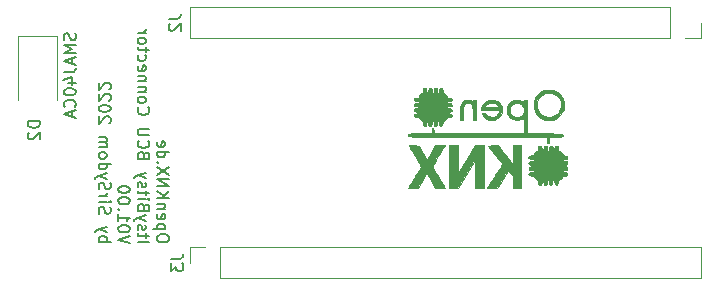
<source format=gbr>
G04 #@! TF.GenerationSoftware,KiCad,Pcbnew,(5.1.4)-1*
G04 #@! TF.CreationDate,2022-02-17T11:55:16+01:00*
G04 #@! TF.ProjectId,ItsyBitsy_BCU_Connector,49747379-4269-4747-9379-5f4243555f43,V01.00*
G04 #@! TF.SameCoordinates,Original*
G04 #@! TF.FileFunction,Legend,Bot*
G04 #@! TF.FilePolarity,Positive*
%FSLAX46Y46*%
G04 Gerber Fmt 4.6, Leading zero omitted, Abs format (unit mm)*
G04 Created by KiCad (PCBNEW (5.1.4)-1) date 2022-02-17 11:55:16*
%MOMM*%
%LPD*%
G04 APERTURE LIST*
%ADD10C,0.150000*%
%ADD11C,0.010000*%
%ADD12C,0.120000*%
G04 APERTURE END LIST*
D10*
X162022619Y-89473928D02*
X162022619Y-89283452D01*
X161975000Y-89188214D01*
X161879761Y-89092976D01*
X161689285Y-89045357D01*
X161355952Y-89045357D01*
X161165476Y-89092976D01*
X161070238Y-89188214D01*
X161022619Y-89283452D01*
X161022619Y-89473928D01*
X161070238Y-89569166D01*
X161165476Y-89664404D01*
X161355952Y-89712023D01*
X161689285Y-89712023D01*
X161879761Y-89664404D01*
X161975000Y-89569166D01*
X162022619Y-89473928D01*
X161689285Y-88616785D02*
X160689285Y-88616785D01*
X161641666Y-88616785D02*
X161689285Y-88521547D01*
X161689285Y-88331071D01*
X161641666Y-88235833D01*
X161594047Y-88188214D01*
X161498809Y-88140595D01*
X161213095Y-88140595D01*
X161117857Y-88188214D01*
X161070238Y-88235833D01*
X161022619Y-88331071D01*
X161022619Y-88521547D01*
X161070238Y-88616785D01*
X161070238Y-87331071D02*
X161022619Y-87426309D01*
X161022619Y-87616785D01*
X161070238Y-87712023D01*
X161165476Y-87759642D01*
X161546428Y-87759642D01*
X161641666Y-87712023D01*
X161689285Y-87616785D01*
X161689285Y-87426309D01*
X161641666Y-87331071D01*
X161546428Y-87283452D01*
X161451190Y-87283452D01*
X161355952Y-87759642D01*
X161689285Y-86854880D02*
X161022619Y-86854880D01*
X161594047Y-86854880D02*
X161641666Y-86807261D01*
X161689285Y-86712023D01*
X161689285Y-86569166D01*
X161641666Y-86473928D01*
X161546428Y-86426309D01*
X161022619Y-86426309D01*
X161022619Y-85950119D02*
X162022619Y-85950119D01*
X161022619Y-85378690D02*
X161594047Y-85807261D01*
X162022619Y-85378690D02*
X161451190Y-85950119D01*
X161022619Y-84950119D02*
X162022619Y-84950119D01*
X161022619Y-84378690D01*
X162022619Y-84378690D01*
X162022619Y-83997738D02*
X161022619Y-83331071D01*
X162022619Y-83331071D02*
X161022619Y-83997738D01*
X161117857Y-82950119D02*
X161070238Y-82902500D01*
X161022619Y-82950119D01*
X161070238Y-82997738D01*
X161117857Y-82950119D01*
X161022619Y-82950119D01*
X161022619Y-82045357D02*
X162022619Y-82045357D01*
X161070238Y-82045357D02*
X161022619Y-82140595D01*
X161022619Y-82331071D01*
X161070238Y-82426309D01*
X161117857Y-82473928D01*
X161213095Y-82521547D01*
X161498809Y-82521547D01*
X161594047Y-82473928D01*
X161641666Y-82426309D01*
X161689285Y-82331071D01*
X161689285Y-82140595D01*
X161641666Y-82045357D01*
X161070238Y-81188214D02*
X161022619Y-81283452D01*
X161022619Y-81473928D01*
X161070238Y-81569166D01*
X161165476Y-81616785D01*
X161546428Y-81616785D01*
X161641666Y-81569166D01*
X161689285Y-81473928D01*
X161689285Y-81283452D01*
X161641666Y-81188214D01*
X161546428Y-81140595D01*
X161451190Y-81140595D01*
X161355952Y-81616785D01*
X159372619Y-89664404D02*
X160372619Y-89664404D01*
X160039285Y-89331071D02*
X160039285Y-88950119D01*
X160372619Y-89188214D02*
X159515476Y-89188214D01*
X159420238Y-89140595D01*
X159372619Y-89045357D01*
X159372619Y-88950119D01*
X159420238Y-88664404D02*
X159372619Y-88569166D01*
X159372619Y-88378690D01*
X159420238Y-88283452D01*
X159515476Y-88235833D01*
X159563095Y-88235833D01*
X159658333Y-88283452D01*
X159705952Y-88378690D01*
X159705952Y-88521547D01*
X159753571Y-88616785D01*
X159848809Y-88664404D01*
X159896428Y-88664404D01*
X159991666Y-88616785D01*
X160039285Y-88521547D01*
X160039285Y-88378690D01*
X159991666Y-88283452D01*
X160039285Y-87902500D02*
X159372619Y-87664404D01*
X160039285Y-87426309D02*
X159372619Y-87664404D01*
X159134523Y-87759642D01*
X159086904Y-87807261D01*
X159039285Y-87902500D01*
X159896428Y-86712023D02*
X159848809Y-86569166D01*
X159801190Y-86521547D01*
X159705952Y-86473928D01*
X159563095Y-86473928D01*
X159467857Y-86521547D01*
X159420238Y-86569166D01*
X159372619Y-86664404D01*
X159372619Y-87045357D01*
X160372619Y-87045357D01*
X160372619Y-86712023D01*
X160325000Y-86616785D01*
X160277380Y-86569166D01*
X160182142Y-86521547D01*
X160086904Y-86521547D01*
X159991666Y-86569166D01*
X159944047Y-86616785D01*
X159896428Y-86712023D01*
X159896428Y-87045357D01*
X159372619Y-86045357D02*
X160039285Y-86045357D01*
X160372619Y-86045357D02*
X160325000Y-86092976D01*
X160277380Y-86045357D01*
X160325000Y-85997738D01*
X160372619Y-86045357D01*
X160277380Y-86045357D01*
X160039285Y-85712023D02*
X160039285Y-85331071D01*
X160372619Y-85569166D02*
X159515476Y-85569166D01*
X159420238Y-85521547D01*
X159372619Y-85426309D01*
X159372619Y-85331071D01*
X159420238Y-85045357D02*
X159372619Y-84950119D01*
X159372619Y-84759642D01*
X159420238Y-84664404D01*
X159515476Y-84616785D01*
X159563095Y-84616785D01*
X159658333Y-84664404D01*
X159705952Y-84759642D01*
X159705952Y-84902500D01*
X159753571Y-84997738D01*
X159848809Y-85045357D01*
X159896428Y-85045357D01*
X159991666Y-84997738D01*
X160039285Y-84902500D01*
X160039285Y-84759642D01*
X159991666Y-84664404D01*
X160039285Y-84283452D02*
X159372619Y-84045357D01*
X160039285Y-83807261D02*
X159372619Y-84045357D01*
X159134523Y-84140595D01*
X159086904Y-84188214D01*
X159039285Y-84283452D01*
X159896428Y-82331071D02*
X159848809Y-82188214D01*
X159801190Y-82140595D01*
X159705952Y-82092976D01*
X159563095Y-82092976D01*
X159467857Y-82140595D01*
X159420238Y-82188214D01*
X159372619Y-82283452D01*
X159372619Y-82664404D01*
X160372619Y-82664404D01*
X160372619Y-82331071D01*
X160325000Y-82235833D01*
X160277380Y-82188214D01*
X160182142Y-82140595D01*
X160086904Y-82140595D01*
X159991666Y-82188214D01*
X159944047Y-82235833D01*
X159896428Y-82331071D01*
X159896428Y-82664404D01*
X159467857Y-81092976D02*
X159420238Y-81140595D01*
X159372619Y-81283452D01*
X159372619Y-81378690D01*
X159420238Y-81521547D01*
X159515476Y-81616785D01*
X159610714Y-81664404D01*
X159801190Y-81712023D01*
X159944047Y-81712023D01*
X160134523Y-81664404D01*
X160229761Y-81616785D01*
X160325000Y-81521547D01*
X160372619Y-81378690D01*
X160372619Y-81283452D01*
X160325000Y-81140595D01*
X160277380Y-81092976D01*
X160372619Y-80664404D02*
X159563095Y-80664404D01*
X159467857Y-80616785D01*
X159420238Y-80569166D01*
X159372619Y-80473928D01*
X159372619Y-80283452D01*
X159420238Y-80188214D01*
X159467857Y-80140595D01*
X159563095Y-80092976D01*
X160372619Y-80092976D01*
X159467857Y-78283452D02*
X159420238Y-78331071D01*
X159372619Y-78473928D01*
X159372619Y-78569166D01*
X159420238Y-78712023D01*
X159515476Y-78807261D01*
X159610714Y-78854880D01*
X159801190Y-78902500D01*
X159944047Y-78902500D01*
X160134523Y-78854880D01*
X160229761Y-78807261D01*
X160325000Y-78712023D01*
X160372619Y-78569166D01*
X160372619Y-78473928D01*
X160325000Y-78331071D01*
X160277380Y-78283452D01*
X159372619Y-77712023D02*
X159420238Y-77807261D01*
X159467857Y-77854880D01*
X159563095Y-77902500D01*
X159848809Y-77902500D01*
X159944047Y-77854880D01*
X159991666Y-77807261D01*
X160039285Y-77712023D01*
X160039285Y-77569166D01*
X159991666Y-77473928D01*
X159944047Y-77426309D01*
X159848809Y-77378690D01*
X159563095Y-77378690D01*
X159467857Y-77426309D01*
X159420238Y-77473928D01*
X159372619Y-77569166D01*
X159372619Y-77712023D01*
X160039285Y-76950119D02*
X159372619Y-76950119D01*
X159944047Y-76950119D02*
X159991666Y-76902500D01*
X160039285Y-76807261D01*
X160039285Y-76664404D01*
X159991666Y-76569166D01*
X159896428Y-76521547D01*
X159372619Y-76521547D01*
X160039285Y-76045357D02*
X159372619Y-76045357D01*
X159944047Y-76045357D02*
X159991666Y-75997738D01*
X160039285Y-75902500D01*
X160039285Y-75759642D01*
X159991666Y-75664404D01*
X159896428Y-75616785D01*
X159372619Y-75616785D01*
X159420238Y-74759642D02*
X159372619Y-74854880D01*
X159372619Y-75045357D01*
X159420238Y-75140595D01*
X159515476Y-75188214D01*
X159896428Y-75188214D01*
X159991666Y-75140595D01*
X160039285Y-75045357D01*
X160039285Y-74854880D01*
X159991666Y-74759642D01*
X159896428Y-74712023D01*
X159801190Y-74712023D01*
X159705952Y-75188214D01*
X159420238Y-73854880D02*
X159372619Y-73950119D01*
X159372619Y-74140595D01*
X159420238Y-74235833D01*
X159467857Y-74283452D01*
X159563095Y-74331071D01*
X159848809Y-74331071D01*
X159944047Y-74283452D01*
X159991666Y-74235833D01*
X160039285Y-74140595D01*
X160039285Y-73950119D01*
X159991666Y-73854880D01*
X160039285Y-73569166D02*
X160039285Y-73188214D01*
X160372619Y-73426309D02*
X159515476Y-73426309D01*
X159420238Y-73378690D01*
X159372619Y-73283452D01*
X159372619Y-73188214D01*
X159372619Y-72712023D02*
X159420238Y-72807261D01*
X159467857Y-72854880D01*
X159563095Y-72902500D01*
X159848809Y-72902500D01*
X159944047Y-72854880D01*
X159991666Y-72807261D01*
X160039285Y-72712023D01*
X160039285Y-72569166D01*
X159991666Y-72473928D01*
X159944047Y-72426309D01*
X159848809Y-72378690D01*
X159563095Y-72378690D01*
X159467857Y-72426309D01*
X159420238Y-72473928D01*
X159372619Y-72569166D01*
X159372619Y-72712023D01*
X159372619Y-71950119D02*
X160039285Y-71950119D01*
X159848809Y-71950119D02*
X159944047Y-71902500D01*
X159991666Y-71854880D01*
X160039285Y-71759642D01*
X160039285Y-71664404D01*
X158722619Y-89807261D02*
X157722619Y-89473928D01*
X158722619Y-89140595D01*
X158722619Y-88616785D02*
X158722619Y-88521547D01*
X158675000Y-88426309D01*
X158627380Y-88378690D01*
X158532142Y-88331071D01*
X158341666Y-88283452D01*
X158103571Y-88283452D01*
X157913095Y-88331071D01*
X157817857Y-88378690D01*
X157770238Y-88426309D01*
X157722619Y-88521547D01*
X157722619Y-88616785D01*
X157770238Y-88712023D01*
X157817857Y-88759642D01*
X157913095Y-88807261D01*
X158103571Y-88854880D01*
X158341666Y-88854880D01*
X158532142Y-88807261D01*
X158627380Y-88759642D01*
X158675000Y-88712023D01*
X158722619Y-88616785D01*
X157722619Y-87331071D02*
X157722619Y-87902500D01*
X157722619Y-87616785D02*
X158722619Y-87616785D01*
X158579761Y-87712023D01*
X158484523Y-87807261D01*
X158436904Y-87902500D01*
X157817857Y-86902500D02*
X157770238Y-86854880D01*
X157722619Y-86902500D01*
X157770238Y-86950119D01*
X157817857Y-86902500D01*
X157722619Y-86902500D01*
X158722619Y-86235833D02*
X158722619Y-86140595D01*
X158675000Y-86045357D01*
X158627380Y-85997738D01*
X158532142Y-85950119D01*
X158341666Y-85902500D01*
X158103571Y-85902500D01*
X157913095Y-85950119D01*
X157817857Y-85997738D01*
X157770238Y-86045357D01*
X157722619Y-86140595D01*
X157722619Y-86235833D01*
X157770238Y-86331071D01*
X157817857Y-86378690D01*
X157913095Y-86426309D01*
X158103571Y-86473928D01*
X158341666Y-86473928D01*
X158532142Y-86426309D01*
X158627380Y-86378690D01*
X158675000Y-86331071D01*
X158722619Y-86235833D01*
X158722619Y-85283452D02*
X158722619Y-85188214D01*
X158675000Y-85092976D01*
X158627380Y-85045357D01*
X158532142Y-84997738D01*
X158341666Y-84950119D01*
X158103571Y-84950119D01*
X157913095Y-84997738D01*
X157817857Y-85045357D01*
X157770238Y-85092976D01*
X157722619Y-85188214D01*
X157722619Y-85283452D01*
X157770238Y-85378690D01*
X157817857Y-85426309D01*
X157913095Y-85473928D01*
X158103571Y-85521547D01*
X158341666Y-85521547D01*
X158532142Y-85473928D01*
X158627380Y-85426309D01*
X158675000Y-85378690D01*
X158722619Y-85283452D01*
X156072619Y-89664404D02*
X157072619Y-89664404D01*
X156691666Y-89664404D02*
X156739285Y-89569166D01*
X156739285Y-89378690D01*
X156691666Y-89283452D01*
X156644047Y-89235833D01*
X156548809Y-89188214D01*
X156263095Y-89188214D01*
X156167857Y-89235833D01*
X156120238Y-89283452D01*
X156072619Y-89378690D01*
X156072619Y-89569166D01*
X156120238Y-89664404D01*
X156739285Y-88854880D02*
X156072619Y-88616785D01*
X156739285Y-88378690D02*
X156072619Y-88616785D01*
X155834523Y-88712023D01*
X155786904Y-88759642D01*
X155739285Y-88854880D01*
X156120238Y-87283452D02*
X156072619Y-87140595D01*
X156072619Y-86902500D01*
X156120238Y-86807261D01*
X156167857Y-86759642D01*
X156263095Y-86712023D01*
X156358333Y-86712023D01*
X156453571Y-86759642D01*
X156501190Y-86807261D01*
X156548809Y-86902500D01*
X156596428Y-87092976D01*
X156644047Y-87188214D01*
X156691666Y-87235833D01*
X156786904Y-87283452D01*
X156882142Y-87283452D01*
X156977380Y-87235833D01*
X157025000Y-87188214D01*
X157072619Y-87092976D01*
X157072619Y-86854880D01*
X157025000Y-86712023D01*
X156072619Y-86283452D02*
X156739285Y-86283452D01*
X157072619Y-86283452D02*
X157025000Y-86331071D01*
X156977380Y-86283452D01*
X157025000Y-86235833D01*
X157072619Y-86283452D01*
X156977380Y-86283452D01*
X156072619Y-85807261D02*
X156739285Y-85807261D01*
X156548809Y-85807261D02*
X156644047Y-85759642D01*
X156691666Y-85712023D01*
X156739285Y-85616785D01*
X156739285Y-85521547D01*
X156120238Y-85235833D02*
X156072619Y-85092976D01*
X156072619Y-84854880D01*
X156120238Y-84759642D01*
X156167857Y-84712023D01*
X156263095Y-84664404D01*
X156358333Y-84664404D01*
X156453571Y-84712023D01*
X156501190Y-84759642D01*
X156548809Y-84854880D01*
X156596428Y-85045357D01*
X156644047Y-85140595D01*
X156691666Y-85188214D01*
X156786904Y-85235833D01*
X156882142Y-85235833D01*
X156977380Y-85188214D01*
X157025000Y-85140595D01*
X157072619Y-85045357D01*
X157072619Y-84807261D01*
X157025000Y-84664404D01*
X156739285Y-84331071D02*
X156072619Y-84092976D01*
X156739285Y-83854880D02*
X156072619Y-84092976D01*
X155834523Y-84188214D01*
X155786904Y-84235833D01*
X155739285Y-84331071D01*
X156072619Y-83045357D02*
X157072619Y-83045357D01*
X156120238Y-83045357D02*
X156072619Y-83140595D01*
X156072619Y-83331071D01*
X156120238Y-83426309D01*
X156167857Y-83473928D01*
X156263095Y-83521547D01*
X156548809Y-83521547D01*
X156644047Y-83473928D01*
X156691666Y-83426309D01*
X156739285Y-83331071D01*
X156739285Y-83140595D01*
X156691666Y-83045357D01*
X156072619Y-82426309D02*
X156120238Y-82521547D01*
X156167857Y-82569166D01*
X156263095Y-82616785D01*
X156548809Y-82616785D01*
X156644047Y-82569166D01*
X156691666Y-82521547D01*
X156739285Y-82426309D01*
X156739285Y-82283452D01*
X156691666Y-82188214D01*
X156644047Y-82140595D01*
X156548809Y-82092976D01*
X156263095Y-82092976D01*
X156167857Y-82140595D01*
X156120238Y-82188214D01*
X156072619Y-82283452D01*
X156072619Y-82426309D01*
X156072619Y-81664404D02*
X156739285Y-81664404D01*
X156644047Y-81664404D02*
X156691666Y-81616785D01*
X156739285Y-81521547D01*
X156739285Y-81378690D01*
X156691666Y-81283452D01*
X156596428Y-81235833D01*
X156072619Y-81235833D01*
X156596428Y-81235833D02*
X156691666Y-81188214D01*
X156739285Y-81092976D01*
X156739285Y-80950119D01*
X156691666Y-80854880D01*
X156596428Y-80807261D01*
X156072619Y-80807261D01*
X156977380Y-79616785D02*
X157025000Y-79569166D01*
X157072619Y-79473928D01*
X157072619Y-79235833D01*
X157025000Y-79140595D01*
X156977380Y-79092976D01*
X156882142Y-79045357D01*
X156786904Y-79045357D01*
X156644047Y-79092976D01*
X156072619Y-79664404D01*
X156072619Y-79045357D01*
X157072619Y-78426309D02*
X157072619Y-78331071D01*
X157025000Y-78235833D01*
X156977380Y-78188214D01*
X156882142Y-78140595D01*
X156691666Y-78092976D01*
X156453571Y-78092976D01*
X156263095Y-78140595D01*
X156167857Y-78188214D01*
X156120238Y-78235833D01*
X156072619Y-78331071D01*
X156072619Y-78426309D01*
X156120238Y-78521547D01*
X156167857Y-78569166D01*
X156263095Y-78616785D01*
X156453571Y-78664404D01*
X156691666Y-78664404D01*
X156882142Y-78616785D01*
X156977380Y-78569166D01*
X157025000Y-78521547D01*
X157072619Y-78426309D01*
X156977380Y-77712023D02*
X157025000Y-77664404D01*
X157072619Y-77569166D01*
X157072619Y-77331071D01*
X157025000Y-77235833D01*
X156977380Y-77188214D01*
X156882142Y-77140595D01*
X156786904Y-77140595D01*
X156644047Y-77188214D01*
X156072619Y-77759642D01*
X156072619Y-77140595D01*
X156977380Y-76759642D02*
X157025000Y-76712023D01*
X157072619Y-76616785D01*
X157072619Y-76378690D01*
X157025000Y-76283452D01*
X156977380Y-76235833D01*
X156882142Y-76188214D01*
X156786904Y-76188214D01*
X156644047Y-76235833D01*
X156072619Y-76807261D01*
X156072619Y-76188214D01*
X154074761Y-72017380D02*
X154122380Y-72160238D01*
X154122380Y-72398333D01*
X154074761Y-72493571D01*
X154027142Y-72541190D01*
X153931904Y-72588809D01*
X153836666Y-72588809D01*
X153741428Y-72541190D01*
X153693809Y-72493571D01*
X153646190Y-72398333D01*
X153598571Y-72207857D01*
X153550952Y-72112619D01*
X153503333Y-72065000D01*
X153408095Y-72017380D01*
X153312857Y-72017380D01*
X153217619Y-72065000D01*
X153170000Y-72112619D01*
X153122380Y-72207857D01*
X153122380Y-72445952D01*
X153170000Y-72588809D01*
X154122380Y-73017380D02*
X153122380Y-73017380D01*
X153836666Y-73350714D01*
X153122380Y-73684047D01*
X154122380Y-73684047D01*
X153836666Y-74112619D02*
X153836666Y-74588809D01*
X154122380Y-74017380D02*
X153122380Y-74350714D01*
X154122380Y-74684047D01*
X153122380Y-75303095D02*
X153836666Y-75303095D01*
X153979523Y-75255476D01*
X154074761Y-75160238D01*
X154122380Y-75017380D01*
X154122380Y-74922142D01*
X153455714Y-76207857D02*
X154122380Y-76207857D01*
X153074761Y-75969761D02*
X153789047Y-75731666D01*
X153789047Y-76350714D01*
X153122380Y-76922142D02*
X153122380Y-77017380D01*
X153170000Y-77112619D01*
X153217619Y-77160238D01*
X153312857Y-77207857D01*
X153503333Y-77255476D01*
X153741428Y-77255476D01*
X153931904Y-77207857D01*
X154027142Y-77160238D01*
X154074761Y-77112619D01*
X154122380Y-77017380D01*
X154122380Y-76922142D01*
X154074761Y-76826904D01*
X154027142Y-76779285D01*
X153931904Y-76731666D01*
X153741428Y-76684047D01*
X153503333Y-76684047D01*
X153312857Y-76731666D01*
X153217619Y-76779285D01*
X153170000Y-76826904D01*
X153122380Y-76922142D01*
X154027142Y-78255476D02*
X154074761Y-78207857D01*
X154122380Y-78065000D01*
X154122380Y-77969761D01*
X154074761Y-77826904D01*
X153979523Y-77731666D01*
X153884285Y-77684047D01*
X153693809Y-77636428D01*
X153550952Y-77636428D01*
X153360476Y-77684047D01*
X153265238Y-77731666D01*
X153170000Y-77826904D01*
X153122380Y-77969761D01*
X153122380Y-78065000D01*
X153170000Y-78207857D01*
X153217619Y-78255476D01*
X153836666Y-78636428D02*
X153836666Y-79112619D01*
X154122380Y-78541190D02*
X153122380Y-78874523D01*
X154122380Y-79207857D01*
D11*
G36*
X187264536Y-77633540D02*
G01*
X187074110Y-77677353D01*
X186917800Y-77774623D01*
X186795013Y-77925760D01*
X186765528Y-77979851D01*
X186736382Y-78040694D01*
X186714973Y-78096416D01*
X186700110Y-78157958D01*
X186690600Y-78236260D01*
X186685250Y-78342263D01*
X186682869Y-78486907D01*
X186682264Y-78681135D01*
X186682250Y-78743983D01*
X186682250Y-79341000D01*
X186936250Y-79341000D01*
X186936428Y-78809187D01*
X186938414Y-78570166D01*
X186945267Y-78385305D01*
X186958594Y-78245346D01*
X186980004Y-78141035D01*
X187011105Y-78063113D01*
X187053504Y-78002325D01*
X187081635Y-77973392D01*
X187180395Y-77917368D01*
X187307648Y-77892917D01*
X187438437Y-77900726D01*
X187547803Y-77941483D01*
X187572299Y-77959875D01*
X187625705Y-78014865D01*
X187665748Y-78078003D01*
X187694269Y-78158904D01*
X187713106Y-78267188D01*
X187724100Y-78412473D01*
X187729091Y-78604377D01*
X187730000Y-78784355D01*
X187730000Y-79341000D01*
X187984000Y-79341000D01*
X187984000Y-77658250D01*
X187857000Y-77658250D01*
X187770258Y-77665432D01*
X187733496Y-77690205D01*
X187730000Y-77708520D01*
X187718250Y-77745769D01*
X187706188Y-77746534D01*
X187557390Y-77677132D01*
X187436599Y-77640421D01*
X187321291Y-77630638D01*
X187264536Y-77633540D01*
X187264536Y-77633540D01*
G37*
X187264536Y-77633540D02*
X187074110Y-77677353D01*
X186917800Y-77774623D01*
X186795013Y-77925760D01*
X186765528Y-77979851D01*
X186736382Y-78040694D01*
X186714973Y-78096416D01*
X186700110Y-78157958D01*
X186690600Y-78236260D01*
X186685250Y-78342263D01*
X186682869Y-78486907D01*
X186682264Y-78681135D01*
X186682250Y-78743983D01*
X186682250Y-79341000D01*
X186936250Y-79341000D01*
X186936428Y-78809187D01*
X186938414Y-78570166D01*
X186945267Y-78385305D01*
X186958594Y-78245346D01*
X186980004Y-78141035D01*
X187011105Y-78063113D01*
X187053504Y-78002325D01*
X187081635Y-77973392D01*
X187180395Y-77917368D01*
X187307648Y-77892917D01*
X187438437Y-77900726D01*
X187547803Y-77941483D01*
X187572299Y-77959875D01*
X187625705Y-78014865D01*
X187665748Y-78078003D01*
X187694269Y-78158904D01*
X187713106Y-78267188D01*
X187724100Y-78412473D01*
X187729091Y-78604377D01*
X187730000Y-78784355D01*
X187730000Y-79341000D01*
X187984000Y-79341000D01*
X187984000Y-77658250D01*
X187857000Y-77658250D01*
X187770258Y-77665432D01*
X187733496Y-77690205D01*
X187730000Y-77708520D01*
X187718250Y-77745769D01*
X187706188Y-77746534D01*
X187557390Y-77677132D01*
X187436599Y-77640421D01*
X187321291Y-77630638D01*
X187264536Y-77633540D01*
G36*
X189109061Y-77658383D02*
G01*
X188919168Y-77736596D01*
X188752212Y-77853497D01*
X188617569Y-78003876D01*
X188524616Y-78182518D01*
X188482729Y-78384212D01*
X188482009Y-78397721D01*
X188476125Y-78531375D01*
X189218163Y-78539907D01*
X189960200Y-78548439D01*
X189939707Y-78650903D01*
X189893074Y-78767120D01*
X189807326Y-78888828D01*
X189700174Y-78993181D01*
X189644752Y-79031334D01*
X189551955Y-79070947D01*
X189437339Y-79101333D01*
X189405397Y-79106629D01*
X189251921Y-79101778D01*
X189093974Y-79054058D01*
X188952700Y-78973010D01*
X188849242Y-78868176D01*
X188838067Y-78850609D01*
X188788355Y-78778560D01*
X188735112Y-78746062D01*
X188650626Y-78737835D01*
X188633391Y-78737750D01*
X188495304Y-78737750D01*
X188531273Y-78840937D01*
X188592205Y-78950982D01*
X188693856Y-79070698D01*
X188818913Y-79183979D01*
X188950065Y-79274714D01*
X189045613Y-79319527D01*
X189250912Y-79364060D01*
X189456700Y-79363184D01*
X189606988Y-79328916D01*
X189830093Y-79220825D01*
X190002613Y-79074966D01*
X190123272Y-78893118D01*
X190190797Y-78677058D01*
X190205803Y-78492707D01*
X190181449Y-78293250D01*
X189922381Y-78293250D01*
X189350066Y-78293250D01*
X189167366Y-78291828D01*
X189008788Y-78287877D01*
X188884342Y-78281872D01*
X188804040Y-78274284D01*
X188777750Y-78266195D01*
X188801862Y-78200542D01*
X188864009Y-78117250D01*
X188948911Y-78033169D01*
X189041289Y-77965152D01*
X189060557Y-77954302D01*
X189236843Y-77894476D01*
X189418206Y-77890945D01*
X189591487Y-77939653D01*
X189743526Y-78036543D01*
X189861167Y-78177561D01*
X189876958Y-78205937D01*
X189922381Y-78293250D01*
X190181449Y-78293250D01*
X190176635Y-78253827D01*
X190092155Y-78044945D01*
X189954441Y-77869436D01*
X189765572Y-77730676D01*
X189722602Y-77708010D01*
X189520154Y-77638878D01*
X189312515Y-77624073D01*
X189109061Y-77658383D01*
X189109061Y-77658383D01*
G37*
X189109061Y-77658383D02*
X188919168Y-77736596D01*
X188752212Y-77853497D01*
X188617569Y-78003876D01*
X188524616Y-78182518D01*
X188482729Y-78384212D01*
X188482009Y-78397721D01*
X188476125Y-78531375D01*
X189218163Y-78539907D01*
X189960200Y-78548439D01*
X189939707Y-78650903D01*
X189893074Y-78767120D01*
X189807326Y-78888828D01*
X189700174Y-78993181D01*
X189644752Y-79031334D01*
X189551955Y-79070947D01*
X189437339Y-79101333D01*
X189405397Y-79106629D01*
X189251921Y-79101778D01*
X189093974Y-79054058D01*
X188952700Y-78973010D01*
X188849242Y-78868176D01*
X188838067Y-78850609D01*
X188788355Y-78778560D01*
X188735112Y-78746062D01*
X188650626Y-78737835D01*
X188633391Y-78737750D01*
X188495304Y-78737750D01*
X188531273Y-78840937D01*
X188592205Y-78950982D01*
X188693856Y-79070698D01*
X188818913Y-79183979D01*
X188950065Y-79274714D01*
X189045613Y-79319527D01*
X189250912Y-79364060D01*
X189456700Y-79363184D01*
X189606988Y-79328916D01*
X189830093Y-79220825D01*
X190002613Y-79074966D01*
X190123272Y-78893118D01*
X190190797Y-78677058D01*
X190205803Y-78492707D01*
X190181449Y-78293250D01*
X189922381Y-78293250D01*
X189350066Y-78293250D01*
X189167366Y-78291828D01*
X189008788Y-78287877D01*
X188884342Y-78281872D01*
X188804040Y-78274284D01*
X188777750Y-78266195D01*
X188801862Y-78200542D01*
X188864009Y-78117250D01*
X188948911Y-78033169D01*
X189041289Y-77965152D01*
X189060557Y-77954302D01*
X189236843Y-77894476D01*
X189418206Y-77890945D01*
X189591487Y-77939653D01*
X189743526Y-78036543D01*
X189861167Y-78177561D01*
X189876958Y-78205937D01*
X189922381Y-78293250D01*
X190181449Y-78293250D01*
X190176635Y-78253827D01*
X190092155Y-78044945D01*
X189954441Y-77869436D01*
X189765572Y-77730676D01*
X189722602Y-77708010D01*
X189520154Y-77638878D01*
X189312515Y-77624073D01*
X189109061Y-77658383D01*
G36*
X194021791Y-76785224D02*
G01*
X193786603Y-76836585D01*
X193563189Y-76933230D01*
X193358602Y-77076260D01*
X193179896Y-77266775D01*
X193040897Y-77491989D01*
X192987217Y-77603722D01*
X192952566Y-77690973D01*
X192932788Y-77773841D01*
X192923726Y-77872422D01*
X192921222Y-78006814D01*
X192921125Y-78070999D01*
X192922234Y-78224135D01*
X192928332Y-78333874D01*
X192943576Y-78420312D01*
X192972124Y-78503547D01*
X193018133Y-78603677D01*
X193040897Y-78650010D01*
X193192459Y-78888769D01*
X193385575Y-79084001D01*
X193612330Y-79231989D01*
X193864807Y-79329016D01*
X194135088Y-79371364D01*
X194415259Y-79355316D01*
X194504887Y-79337434D01*
X194752827Y-79248292D01*
X194975019Y-79108330D01*
X195165535Y-78926447D01*
X195318445Y-78711545D01*
X195427821Y-78472524D01*
X195487733Y-78218283D01*
X195491590Y-77995919D01*
X195222168Y-77995919D01*
X195212267Y-78229464D01*
X195158442Y-78431666D01*
X195048445Y-78641537D01*
X194891986Y-78821727D01*
X194700626Y-78962899D01*
X194485929Y-79055714D01*
X194350193Y-79084375D01*
X194177594Y-79091215D01*
X193995695Y-79073578D01*
X193831640Y-79035165D01*
X193751078Y-79002684D01*
X193546980Y-78866842D01*
X193381843Y-78691481D01*
X193260404Y-78486900D01*
X193187401Y-78263398D01*
X193167573Y-78031276D01*
X193202731Y-77810684D01*
X193295050Y-77589553D01*
X193431318Y-77393626D01*
X193601212Y-77233690D01*
X193794405Y-77120530D01*
X193897827Y-77084507D01*
X194145083Y-77046896D01*
X194380723Y-77065118D01*
X194598881Y-77132903D01*
X194793693Y-77243985D01*
X194959293Y-77392096D01*
X195089816Y-77570967D01*
X195179396Y-77774331D01*
X195222168Y-77995919D01*
X195491590Y-77995919D01*
X195492253Y-77957724D01*
X195480700Y-77872562D01*
X195405256Y-77601254D01*
X195285156Y-77366428D01*
X195127454Y-77169185D01*
X194939204Y-77010626D01*
X194727458Y-76891850D01*
X194499272Y-76813957D01*
X194261698Y-76778049D01*
X194021791Y-76785224D01*
X194021791Y-76785224D01*
G37*
X194021791Y-76785224D02*
X193786603Y-76836585D01*
X193563189Y-76933230D01*
X193358602Y-77076260D01*
X193179896Y-77266775D01*
X193040897Y-77491989D01*
X192987217Y-77603722D01*
X192952566Y-77690973D01*
X192932788Y-77773841D01*
X192923726Y-77872422D01*
X192921222Y-78006814D01*
X192921125Y-78070999D01*
X192922234Y-78224135D01*
X192928332Y-78333874D01*
X192943576Y-78420312D01*
X192972124Y-78503547D01*
X193018133Y-78603677D01*
X193040897Y-78650010D01*
X193192459Y-78888769D01*
X193385575Y-79084001D01*
X193612330Y-79231989D01*
X193864807Y-79329016D01*
X194135088Y-79371364D01*
X194415259Y-79355316D01*
X194504887Y-79337434D01*
X194752827Y-79248292D01*
X194975019Y-79108330D01*
X195165535Y-78926447D01*
X195318445Y-78711545D01*
X195427821Y-78472524D01*
X195487733Y-78218283D01*
X195491590Y-77995919D01*
X195222168Y-77995919D01*
X195212267Y-78229464D01*
X195158442Y-78431666D01*
X195048445Y-78641537D01*
X194891986Y-78821727D01*
X194700626Y-78962899D01*
X194485929Y-79055714D01*
X194350193Y-79084375D01*
X194177594Y-79091215D01*
X193995695Y-79073578D01*
X193831640Y-79035165D01*
X193751078Y-79002684D01*
X193546980Y-78866842D01*
X193381843Y-78691481D01*
X193260404Y-78486900D01*
X193187401Y-78263398D01*
X193167573Y-78031276D01*
X193202731Y-77810684D01*
X193295050Y-77589553D01*
X193431318Y-77393626D01*
X193601212Y-77233690D01*
X193794405Y-77120530D01*
X193897827Y-77084507D01*
X194145083Y-77046896D01*
X194380723Y-77065118D01*
X194598881Y-77132903D01*
X194793693Y-77243985D01*
X194959293Y-77392096D01*
X195089816Y-77570967D01*
X195179396Y-77774331D01*
X195222168Y-77995919D01*
X195491590Y-77995919D01*
X195492253Y-77957724D01*
X195480700Y-77872562D01*
X195405256Y-77601254D01*
X195285156Y-77366428D01*
X195127454Y-77169185D01*
X194939204Y-77010626D01*
X194727458Y-76891850D01*
X194499272Y-76813957D01*
X194261698Y-76778049D01*
X194021791Y-76785224D01*
G36*
X184050248Y-76660051D02*
G01*
X184004752Y-76718858D01*
X183985152Y-76826776D01*
X183983500Y-76886725D01*
X183981254Y-76984447D01*
X183969543Y-77034511D01*
X183940909Y-77052727D01*
X183904125Y-77055000D01*
X183855406Y-77049191D01*
X183832152Y-77020493D01*
X183825105Y-76951999D01*
X183824750Y-76910037D01*
X183811143Y-76767118D01*
X183771265Y-76676933D01*
X183706536Y-76642510D01*
X183699230Y-76642250D01*
X183614406Y-76650718D01*
X183565663Y-76684740D01*
X183543661Y-76757237D01*
X183539000Y-76863928D01*
X183537339Y-76967198D01*
X183526694Y-77023964D01*
X183498576Y-77051219D01*
X183444492Y-77065957D01*
X183437339Y-77067394D01*
X183305857Y-77123620D01*
X183212105Y-77226053D01*
X183169218Y-77346848D01*
X183149885Y-77467750D01*
X182985668Y-77467750D01*
X182856553Y-77478551D01*
X182779799Y-77514082D01*
X182747510Y-77579036D01*
X182745250Y-77610625D01*
X182763052Y-77686752D01*
X182821859Y-77732248D01*
X182929777Y-77751848D01*
X182989725Y-77753500D01*
X183087448Y-77755746D01*
X183137512Y-77767457D01*
X183155728Y-77796091D01*
X183158000Y-77832875D01*
X183152192Y-77881594D01*
X183123494Y-77904848D01*
X183055000Y-77911895D01*
X183013038Y-77912250D01*
X182868419Y-77926000D01*
X182779776Y-77967720D01*
X182745737Y-78038117D01*
X182745250Y-78049892D01*
X182761965Y-78128316D01*
X182817916Y-78175215D01*
X182921810Y-78195863D01*
X182989725Y-78198000D01*
X183087448Y-78200246D01*
X183137512Y-78211957D01*
X183155728Y-78240591D01*
X183158000Y-78277375D01*
X183153238Y-78323470D01*
X183128410Y-78347085D01*
X183067706Y-78355678D01*
X182989725Y-78356750D01*
X182859463Y-78367153D01*
X182781614Y-78401521D01*
X182748076Y-78464589D01*
X182745250Y-78499624D01*
X182763052Y-78575752D01*
X182821859Y-78621248D01*
X182929777Y-78640848D01*
X182989725Y-78642500D01*
X183087573Y-78644892D01*
X183137709Y-78656775D01*
X183155875Y-78685205D01*
X183158000Y-78717943D01*
X183151993Y-78761547D01*
X183123820Y-78786496D01*
X183058252Y-78800524D01*
X182980453Y-78808110D01*
X182856141Y-78827076D01*
X182783317Y-78864056D01*
X182750704Y-78927437D01*
X182745737Y-78982695D01*
X182772968Y-79056686D01*
X182856164Y-79101928D01*
X182995749Y-79118638D01*
X183010899Y-79118750D01*
X183102959Y-79123858D01*
X183151312Y-79144789D01*
X183175313Y-79189948D01*
X183175385Y-79190187D01*
X183240862Y-79307224D01*
X183346738Y-79392629D01*
X183432953Y-79423422D01*
X183492841Y-79437396D01*
X183524456Y-79461799D01*
X183536831Y-79513711D01*
X183538997Y-79610211D01*
X183539000Y-79623933D01*
X183549015Y-79759895D01*
X183581445Y-79842228D01*
X183639868Y-79877942D01*
X183670083Y-79880750D01*
X183752903Y-79853172D01*
X183804350Y-79770423D01*
X183824439Y-79632477D01*
X183824750Y-79608607D01*
X183826875Y-79509408D01*
X183838048Y-79458049D01*
X183865470Y-79438893D01*
X183904125Y-79436250D01*
X183948685Y-79440471D01*
X183972412Y-79463239D01*
X183981840Y-79519707D01*
X183983500Y-79620400D01*
X183993210Y-79757295D01*
X184024756Y-79840559D01*
X184081764Y-79877392D01*
X184114583Y-79880750D01*
X184197403Y-79853172D01*
X184248850Y-79770423D01*
X184268939Y-79632477D01*
X184269250Y-79608607D01*
X184271375Y-79509408D01*
X184282548Y-79458049D01*
X184309970Y-79438893D01*
X184348625Y-79436250D01*
X184392557Y-79440264D01*
X184416309Y-79462230D01*
X184426063Y-79517033D01*
X184427998Y-79619559D01*
X184428000Y-79627430D01*
X184430530Y-79735615D01*
X184442443Y-79798470D01*
X184470222Y-79834098D01*
X184509841Y-79855900D01*
X184595193Y-79878702D01*
X184653925Y-79853114D01*
X184689886Y-79774756D01*
X184706927Y-79639253D01*
X184707328Y-79631386D01*
X184714369Y-79524083D01*
X184726636Y-79465583D01*
X184750702Y-79441200D01*
X184793135Y-79436251D01*
X184794641Y-79436250D01*
X184839733Y-79441168D01*
X184862922Y-79466408D01*
X184871423Y-79527694D01*
X184872500Y-79605954D01*
X184880704Y-79726682D01*
X184908187Y-79802196D01*
X184930563Y-79828204D01*
X185014622Y-79875907D01*
X185090834Y-79860749D01*
X185140575Y-79810185D01*
X185171490Y-79734055D01*
X185188672Y-79628968D01*
X185190000Y-79592961D01*
X185193143Y-79502488D01*
X185212229Y-79453949D01*
X185261751Y-79425793D01*
X185313496Y-79409301D01*
X185421582Y-79354832D01*
X185502051Y-79272867D01*
X185538572Y-79180896D01*
X185539250Y-79167492D01*
X185555186Y-79137040D01*
X185611265Y-79122099D01*
X185698000Y-79118750D01*
X185821691Y-79102555D01*
X185919033Y-79059374D01*
X185975440Y-78997312D01*
X185983750Y-78960000D01*
X185954575Y-78891061D01*
X185876556Y-78837059D01*
X185763956Y-78805856D01*
X185695792Y-78801250D01*
X185601186Y-78798819D01*
X185555091Y-78786811D01*
X185542567Y-78758147D01*
X185544980Y-78729812D01*
X185558014Y-78688707D01*
X185592838Y-78665527D01*
X185665311Y-78653600D01*
X185737415Y-78648861D01*
X185849720Y-78638071D01*
X185915641Y-78616600D01*
X185952104Y-78578699D01*
X185953984Y-78575294D01*
X185970349Y-78509526D01*
X185939560Y-78436933D01*
X185937650Y-78433995D01*
X185898609Y-78388386D01*
X185845226Y-78365130D01*
X185756883Y-78357204D01*
X185710935Y-78356750D01*
X185610739Y-78354737D01*
X185559570Y-78344556D01*
X185542985Y-78319987D01*
X185544980Y-78285312D01*
X185558014Y-78244207D01*
X185592838Y-78221027D01*
X185665311Y-78209100D01*
X185737415Y-78204361D01*
X185849720Y-78193571D01*
X185915641Y-78172100D01*
X185952104Y-78134199D01*
X185953984Y-78130794D01*
X185970349Y-78065026D01*
X185939560Y-77992433D01*
X185937650Y-77989495D01*
X185898235Y-77943613D01*
X185844210Y-77920377D01*
X185754763Y-77912629D01*
X185713144Y-77912250D01*
X185613394Y-77910169D01*
X185561550Y-77899189D01*
X185542040Y-77872202D01*
X185539250Y-77832875D01*
X185544106Y-77786597D01*
X185569257Y-77762923D01*
X185630582Y-77754246D01*
X185705938Y-77753013D01*
X185848131Y-77740767D01*
X185934075Y-77703208D01*
X185966868Y-77637610D01*
X185949611Y-77541244D01*
X185948852Y-77539187D01*
X185926634Y-77499037D01*
X185886807Y-77477475D01*
X185812409Y-77468944D01*
X185730774Y-77467750D01*
X185539250Y-77467750D01*
X185539250Y-77361261D01*
X185510214Y-77244826D01*
X185433806Y-77144018D01*
X185326082Y-77077550D01*
X185286208Y-77066304D01*
X185228195Y-77049995D01*
X185199907Y-77019010D01*
X185190737Y-76954415D01*
X185190000Y-76894549D01*
X185172984Y-76759178D01*
X185121115Y-76675909D01*
X185033160Y-76642971D01*
X185014225Y-76642250D01*
X184938433Y-76667309D01*
X184891854Y-76744298D01*
X184873054Y-76875927D01*
X184872500Y-76910037D01*
X184868469Y-77000117D01*
X184851677Y-77043043D01*
X184815078Y-77054900D01*
X184809000Y-77055000D01*
X184770699Y-77046515D01*
X184751728Y-77010605D01*
X184745725Y-76931587D01*
X184745500Y-76898517D01*
X184729173Y-76761995D01*
X184679052Y-76677780D01*
X184593429Y-76643380D01*
X184569725Y-76642250D01*
X184493933Y-76667309D01*
X184447354Y-76744298D01*
X184428554Y-76875927D01*
X184428000Y-76910037D01*
X184424820Y-76999014D01*
X184409106Y-77041483D01*
X184371602Y-77054352D01*
X184348625Y-77055000D01*
X184302530Y-77050237D01*
X184278915Y-77025409D01*
X184270322Y-76964705D01*
X184269250Y-76886725D01*
X184258847Y-76756462D01*
X184224479Y-76678613D01*
X184161411Y-76645075D01*
X184126375Y-76642249D01*
X184050248Y-76660051D01*
X184050248Y-76660051D01*
G37*
X184050248Y-76660051D02*
X184004752Y-76718858D01*
X183985152Y-76826776D01*
X183983500Y-76886725D01*
X183981254Y-76984447D01*
X183969543Y-77034511D01*
X183940909Y-77052727D01*
X183904125Y-77055000D01*
X183855406Y-77049191D01*
X183832152Y-77020493D01*
X183825105Y-76951999D01*
X183824750Y-76910037D01*
X183811143Y-76767118D01*
X183771265Y-76676933D01*
X183706536Y-76642510D01*
X183699230Y-76642250D01*
X183614406Y-76650718D01*
X183565663Y-76684740D01*
X183543661Y-76757237D01*
X183539000Y-76863928D01*
X183537339Y-76967198D01*
X183526694Y-77023964D01*
X183498576Y-77051219D01*
X183444492Y-77065957D01*
X183437339Y-77067394D01*
X183305857Y-77123620D01*
X183212105Y-77226053D01*
X183169218Y-77346848D01*
X183149885Y-77467750D01*
X182985668Y-77467750D01*
X182856553Y-77478551D01*
X182779799Y-77514082D01*
X182747510Y-77579036D01*
X182745250Y-77610625D01*
X182763052Y-77686752D01*
X182821859Y-77732248D01*
X182929777Y-77751848D01*
X182989725Y-77753500D01*
X183087448Y-77755746D01*
X183137512Y-77767457D01*
X183155728Y-77796091D01*
X183158000Y-77832875D01*
X183152192Y-77881594D01*
X183123494Y-77904848D01*
X183055000Y-77911895D01*
X183013038Y-77912250D01*
X182868419Y-77926000D01*
X182779776Y-77967720D01*
X182745737Y-78038117D01*
X182745250Y-78049892D01*
X182761965Y-78128316D01*
X182817916Y-78175215D01*
X182921810Y-78195863D01*
X182989725Y-78198000D01*
X183087448Y-78200246D01*
X183137512Y-78211957D01*
X183155728Y-78240591D01*
X183158000Y-78277375D01*
X183153238Y-78323470D01*
X183128410Y-78347085D01*
X183067706Y-78355678D01*
X182989725Y-78356750D01*
X182859463Y-78367153D01*
X182781614Y-78401521D01*
X182748076Y-78464589D01*
X182745250Y-78499624D01*
X182763052Y-78575752D01*
X182821859Y-78621248D01*
X182929777Y-78640848D01*
X182989725Y-78642500D01*
X183087573Y-78644892D01*
X183137709Y-78656775D01*
X183155875Y-78685205D01*
X183158000Y-78717943D01*
X183151993Y-78761547D01*
X183123820Y-78786496D01*
X183058252Y-78800524D01*
X182980453Y-78808110D01*
X182856141Y-78827076D01*
X182783317Y-78864056D01*
X182750704Y-78927437D01*
X182745737Y-78982695D01*
X182772968Y-79056686D01*
X182856164Y-79101928D01*
X182995749Y-79118638D01*
X183010899Y-79118750D01*
X183102959Y-79123858D01*
X183151312Y-79144789D01*
X183175313Y-79189948D01*
X183175385Y-79190187D01*
X183240862Y-79307224D01*
X183346738Y-79392629D01*
X183432953Y-79423422D01*
X183492841Y-79437396D01*
X183524456Y-79461799D01*
X183536831Y-79513711D01*
X183538997Y-79610211D01*
X183539000Y-79623933D01*
X183549015Y-79759895D01*
X183581445Y-79842228D01*
X183639868Y-79877942D01*
X183670083Y-79880750D01*
X183752903Y-79853172D01*
X183804350Y-79770423D01*
X183824439Y-79632477D01*
X183824750Y-79608607D01*
X183826875Y-79509408D01*
X183838048Y-79458049D01*
X183865470Y-79438893D01*
X183904125Y-79436250D01*
X183948685Y-79440471D01*
X183972412Y-79463239D01*
X183981840Y-79519707D01*
X183983500Y-79620400D01*
X183993210Y-79757295D01*
X184024756Y-79840559D01*
X184081764Y-79877392D01*
X184114583Y-79880750D01*
X184197403Y-79853172D01*
X184248850Y-79770423D01*
X184268939Y-79632477D01*
X184269250Y-79608607D01*
X184271375Y-79509408D01*
X184282548Y-79458049D01*
X184309970Y-79438893D01*
X184348625Y-79436250D01*
X184392557Y-79440264D01*
X184416309Y-79462230D01*
X184426063Y-79517033D01*
X184427998Y-79619559D01*
X184428000Y-79627430D01*
X184430530Y-79735615D01*
X184442443Y-79798470D01*
X184470222Y-79834098D01*
X184509841Y-79855900D01*
X184595193Y-79878702D01*
X184653925Y-79853114D01*
X184689886Y-79774756D01*
X184706927Y-79639253D01*
X184707328Y-79631386D01*
X184714369Y-79524083D01*
X184726636Y-79465583D01*
X184750702Y-79441200D01*
X184793135Y-79436251D01*
X184794641Y-79436250D01*
X184839733Y-79441168D01*
X184862922Y-79466408D01*
X184871423Y-79527694D01*
X184872500Y-79605954D01*
X184880704Y-79726682D01*
X184908187Y-79802196D01*
X184930563Y-79828204D01*
X185014622Y-79875907D01*
X185090834Y-79860749D01*
X185140575Y-79810185D01*
X185171490Y-79734055D01*
X185188672Y-79628968D01*
X185190000Y-79592961D01*
X185193143Y-79502488D01*
X185212229Y-79453949D01*
X185261751Y-79425793D01*
X185313496Y-79409301D01*
X185421582Y-79354832D01*
X185502051Y-79272867D01*
X185538572Y-79180896D01*
X185539250Y-79167492D01*
X185555186Y-79137040D01*
X185611265Y-79122099D01*
X185698000Y-79118750D01*
X185821691Y-79102555D01*
X185919033Y-79059374D01*
X185975440Y-78997312D01*
X185983750Y-78960000D01*
X185954575Y-78891061D01*
X185876556Y-78837059D01*
X185763956Y-78805856D01*
X185695792Y-78801250D01*
X185601186Y-78798819D01*
X185555091Y-78786811D01*
X185542567Y-78758147D01*
X185544980Y-78729812D01*
X185558014Y-78688707D01*
X185592838Y-78665527D01*
X185665311Y-78653600D01*
X185737415Y-78648861D01*
X185849720Y-78638071D01*
X185915641Y-78616600D01*
X185952104Y-78578699D01*
X185953984Y-78575294D01*
X185970349Y-78509526D01*
X185939560Y-78436933D01*
X185937650Y-78433995D01*
X185898609Y-78388386D01*
X185845226Y-78365130D01*
X185756883Y-78357204D01*
X185710935Y-78356750D01*
X185610739Y-78354737D01*
X185559570Y-78344556D01*
X185542985Y-78319987D01*
X185544980Y-78285312D01*
X185558014Y-78244207D01*
X185592838Y-78221027D01*
X185665311Y-78209100D01*
X185737415Y-78204361D01*
X185849720Y-78193571D01*
X185915641Y-78172100D01*
X185952104Y-78134199D01*
X185953984Y-78130794D01*
X185970349Y-78065026D01*
X185939560Y-77992433D01*
X185937650Y-77989495D01*
X185898235Y-77943613D01*
X185844210Y-77920377D01*
X185754763Y-77912629D01*
X185713144Y-77912250D01*
X185613394Y-77910169D01*
X185561550Y-77899189D01*
X185542040Y-77872202D01*
X185539250Y-77832875D01*
X185544106Y-77786597D01*
X185569257Y-77762923D01*
X185630582Y-77754246D01*
X185705938Y-77753013D01*
X185848131Y-77740767D01*
X185934075Y-77703208D01*
X185966868Y-77637610D01*
X185949611Y-77541244D01*
X185948852Y-77539187D01*
X185926634Y-77499037D01*
X185886807Y-77477475D01*
X185812409Y-77468944D01*
X185730774Y-77467750D01*
X185539250Y-77467750D01*
X185539250Y-77361261D01*
X185510214Y-77244826D01*
X185433806Y-77144018D01*
X185326082Y-77077550D01*
X185286208Y-77066304D01*
X185228195Y-77049995D01*
X185199907Y-77019010D01*
X185190737Y-76954415D01*
X185190000Y-76894549D01*
X185172984Y-76759178D01*
X185121115Y-76675909D01*
X185033160Y-76642971D01*
X185014225Y-76642250D01*
X184938433Y-76667309D01*
X184891854Y-76744298D01*
X184873054Y-76875927D01*
X184872500Y-76910037D01*
X184868469Y-77000117D01*
X184851677Y-77043043D01*
X184815078Y-77054900D01*
X184809000Y-77055000D01*
X184770699Y-77046515D01*
X184751728Y-77010605D01*
X184745725Y-76931587D01*
X184745500Y-76898517D01*
X184729173Y-76761995D01*
X184679052Y-76677780D01*
X184593429Y-76643380D01*
X184569725Y-76642250D01*
X184493933Y-76667309D01*
X184447354Y-76744298D01*
X184428554Y-76875927D01*
X184428000Y-76910037D01*
X184424820Y-76999014D01*
X184409106Y-77041483D01*
X184371602Y-77054352D01*
X184348625Y-77055000D01*
X184302530Y-77050237D01*
X184278915Y-77025409D01*
X184270322Y-76964705D01*
X184269250Y-76886725D01*
X184258847Y-76756462D01*
X184224479Y-76678613D01*
X184161411Y-76645075D01*
X184126375Y-76642249D01*
X184050248Y-76660051D01*
G36*
X191198621Y-77670144D02*
G01*
X191004309Y-77766878D01*
X190836463Y-77911271D01*
X190704548Y-78099621D01*
X190674901Y-78160726D01*
X190634775Y-78307704D01*
X190622609Y-78485735D01*
X190637582Y-78669269D01*
X190678873Y-78832756D01*
X190697942Y-78877558D01*
X190822479Y-79066601D01*
X190985456Y-79212064D01*
X191176608Y-79311107D01*
X191385668Y-79360891D01*
X191602370Y-79358577D01*
X191816448Y-79301327D01*
X191960007Y-79226555D01*
X192035168Y-79180458D01*
X192085811Y-79153442D01*
X192094945Y-79150500D01*
X192100100Y-79180624D01*
X192104601Y-79264495D01*
X192108179Y-79392362D01*
X192110567Y-79554474D01*
X192111497Y-79741078D01*
X192111500Y-79753750D01*
X192111500Y-80357000D01*
X192365500Y-80357000D01*
X192365500Y-78534427D01*
X192096878Y-78534427D01*
X192057985Y-78709641D01*
X191968500Y-78866283D01*
X191834841Y-78993527D01*
X191663424Y-79080545D01*
X191642742Y-79087136D01*
X191519310Y-79112782D01*
X191400827Y-79106509D01*
X191308945Y-79085090D01*
X191149520Y-79010979D01*
X191022645Y-78893806D01*
X190932563Y-78746117D01*
X190883518Y-78580457D01*
X190879756Y-78409372D01*
X190925520Y-78245408D01*
X190989613Y-78141187D01*
X191133421Y-78003697D01*
X191295988Y-77919427D01*
X191467108Y-77886407D01*
X191636577Y-77902667D01*
X191794190Y-77966237D01*
X191929742Y-78075145D01*
X192033028Y-78227422D01*
X192078763Y-78351469D01*
X192096878Y-78534427D01*
X192365500Y-78534427D01*
X192365500Y-77658250D01*
X192238500Y-77658250D01*
X192157067Y-77662011D01*
X192120867Y-77682394D01*
X192111701Y-77733046D01*
X192111500Y-77753500D01*
X192099465Y-77825992D01*
X192069420Y-77848501D01*
X192030457Y-77814298D01*
X192030109Y-77813736D01*
X191991008Y-77781780D01*
X191913165Y-77736477D01*
X191845672Y-77702922D01*
X191628770Y-77634464D01*
X191409930Y-77624772D01*
X191198621Y-77670144D01*
X191198621Y-77670144D01*
G37*
X191198621Y-77670144D02*
X191004309Y-77766878D01*
X190836463Y-77911271D01*
X190704548Y-78099621D01*
X190674901Y-78160726D01*
X190634775Y-78307704D01*
X190622609Y-78485735D01*
X190637582Y-78669269D01*
X190678873Y-78832756D01*
X190697942Y-78877558D01*
X190822479Y-79066601D01*
X190985456Y-79212064D01*
X191176608Y-79311107D01*
X191385668Y-79360891D01*
X191602370Y-79358577D01*
X191816448Y-79301327D01*
X191960007Y-79226555D01*
X192035168Y-79180458D01*
X192085811Y-79153442D01*
X192094945Y-79150500D01*
X192100100Y-79180624D01*
X192104601Y-79264495D01*
X192108179Y-79392362D01*
X192110567Y-79554474D01*
X192111497Y-79741078D01*
X192111500Y-79753750D01*
X192111500Y-80357000D01*
X192365500Y-80357000D01*
X192365500Y-78534427D01*
X192096878Y-78534427D01*
X192057985Y-78709641D01*
X191968500Y-78866283D01*
X191834841Y-78993527D01*
X191663424Y-79080545D01*
X191642742Y-79087136D01*
X191519310Y-79112782D01*
X191400827Y-79106509D01*
X191308945Y-79085090D01*
X191149520Y-79010979D01*
X191022645Y-78893806D01*
X190932563Y-78746117D01*
X190883518Y-78580457D01*
X190879756Y-78409372D01*
X190925520Y-78245408D01*
X190989613Y-78141187D01*
X191133421Y-78003697D01*
X191295988Y-77919427D01*
X191467108Y-77886407D01*
X191636577Y-77902667D01*
X191794190Y-77966237D01*
X191929742Y-78075145D01*
X192033028Y-78227422D01*
X192078763Y-78351469D01*
X192096878Y-78534427D01*
X192365500Y-78534427D01*
X192365500Y-77658250D01*
X192238500Y-77658250D01*
X192157067Y-77662011D01*
X192120867Y-77682394D01*
X192111701Y-77733046D01*
X192111500Y-77753500D01*
X192099465Y-77825992D01*
X192069420Y-77848501D01*
X192030457Y-77814298D01*
X192030109Y-77813736D01*
X191991008Y-77781780D01*
X191913165Y-77736477D01*
X191845672Y-77702922D01*
X191628770Y-77634464D01*
X191409930Y-77624772D01*
X191198621Y-77670144D01*
G36*
X184316291Y-79997922D02*
G01*
X184296236Y-80024659D01*
X184284648Y-80084979D01*
X184277714Y-80191774D01*
X184275852Y-80237937D01*
X184266579Y-80484000D01*
X183290015Y-80484000D01*
X182990250Y-80484745D01*
X182749474Y-80487094D01*
X182563190Y-80491215D01*
X182426903Y-80497277D01*
X182336117Y-80505449D01*
X182286336Y-80515900D01*
X182275351Y-80522099D01*
X182241303Y-80594632D01*
X182246372Y-80680685D01*
X182275351Y-80731650D01*
X182294100Y-80736544D01*
X182341576Y-80741038D01*
X182419914Y-80745144D01*
X182531253Y-80748878D01*
X182677728Y-80752252D01*
X182861479Y-80755280D01*
X183084640Y-80757977D01*
X183349351Y-80760356D01*
X183657748Y-80762431D01*
X184011969Y-80764215D01*
X184414150Y-80765724D01*
X184866429Y-80766969D01*
X185370943Y-80767966D01*
X185929829Y-80768728D01*
X186545225Y-80769269D01*
X187219267Y-80769603D01*
X187954094Y-80769743D01*
X188163739Y-80769750D01*
X194014028Y-80769750D01*
X194023202Y-81047562D01*
X194028755Y-81181259D01*
X194036977Y-81264242D01*
X194051391Y-81309292D01*
X194075522Y-81329189D01*
X194102547Y-81335354D01*
X194136167Y-81336644D01*
X194157470Y-81320976D01*
X194169938Y-81276510D01*
X194177056Y-81191405D01*
X194181922Y-81065479D01*
X194191125Y-80785625D01*
X194728578Y-80776894D01*
X194939877Y-80771410D01*
X195109864Y-80762759D01*
X195231855Y-80751443D01*
X195299166Y-80737964D01*
X195308016Y-80733319D01*
X195344161Y-80667888D01*
X195343900Y-80584387D01*
X195311901Y-80522100D01*
X195292888Y-80517021D01*
X195244972Y-80512375D01*
X195165937Y-80508145D01*
X195053564Y-80504317D01*
X194905638Y-80500874D01*
X194719940Y-80497801D01*
X194494256Y-80495083D01*
X194226367Y-80492705D01*
X193914057Y-80490650D01*
X193555110Y-80488904D01*
X193147308Y-80487451D01*
X192688434Y-80486274D01*
X192176271Y-80485360D01*
X191608604Y-80484693D01*
X190983215Y-80484256D01*
X190297887Y-80484035D01*
X189852236Y-80484000D01*
X184430672Y-80484000D01*
X184421399Y-80237937D01*
X184415149Y-80113522D01*
X184405468Y-80039714D01*
X184388541Y-80003619D01*
X184360556Y-79992346D01*
X184348625Y-79991875D01*
X184316291Y-79997922D01*
X184316291Y-79997922D01*
G37*
X184316291Y-79997922D02*
X184296236Y-80024659D01*
X184284648Y-80084979D01*
X184277714Y-80191774D01*
X184275852Y-80237937D01*
X184266579Y-80484000D01*
X183290015Y-80484000D01*
X182990250Y-80484745D01*
X182749474Y-80487094D01*
X182563190Y-80491215D01*
X182426903Y-80497277D01*
X182336117Y-80505449D01*
X182286336Y-80515900D01*
X182275351Y-80522099D01*
X182241303Y-80594632D01*
X182246372Y-80680685D01*
X182275351Y-80731650D01*
X182294100Y-80736544D01*
X182341576Y-80741038D01*
X182419914Y-80745144D01*
X182531253Y-80748878D01*
X182677728Y-80752252D01*
X182861479Y-80755280D01*
X183084640Y-80757977D01*
X183349351Y-80760356D01*
X183657748Y-80762431D01*
X184011969Y-80764215D01*
X184414150Y-80765724D01*
X184866429Y-80766969D01*
X185370943Y-80767966D01*
X185929829Y-80768728D01*
X186545225Y-80769269D01*
X187219267Y-80769603D01*
X187954094Y-80769743D01*
X188163739Y-80769750D01*
X194014028Y-80769750D01*
X194023202Y-81047562D01*
X194028755Y-81181259D01*
X194036977Y-81264242D01*
X194051391Y-81309292D01*
X194075522Y-81329189D01*
X194102547Y-81335354D01*
X194136167Y-81336644D01*
X194157470Y-81320976D01*
X194169938Y-81276510D01*
X194177056Y-81191405D01*
X194181922Y-81065479D01*
X194191125Y-80785625D01*
X194728578Y-80776894D01*
X194939877Y-80771410D01*
X195109864Y-80762759D01*
X195231855Y-80751443D01*
X195299166Y-80737964D01*
X195308016Y-80733319D01*
X195344161Y-80667888D01*
X195343900Y-80584387D01*
X195311901Y-80522100D01*
X195292888Y-80517021D01*
X195244972Y-80512375D01*
X195165937Y-80508145D01*
X195053564Y-80504317D01*
X194905638Y-80500874D01*
X194719940Y-80497801D01*
X194494256Y-80495083D01*
X194226367Y-80492705D01*
X193914057Y-80490650D01*
X193555110Y-80488904D01*
X193147308Y-80487451D01*
X192688434Y-80486274D01*
X192176271Y-80485360D01*
X191608604Y-80484693D01*
X190983215Y-80484256D01*
X190297887Y-80484035D01*
X189852236Y-80484000D01*
X184430672Y-80484000D01*
X184421399Y-80237937D01*
X184415149Y-80113522D01*
X184405468Y-80039714D01*
X184388541Y-80003619D01*
X184360556Y-79992346D01*
X184348625Y-79991875D01*
X184316291Y-79997922D01*
G36*
X193344835Y-81540245D02*
G01*
X193300686Y-81573895D01*
X193273887Y-81644944D01*
X193256763Y-81765638D01*
X193254835Y-81785750D01*
X193242860Y-81886413D01*
X193224926Y-81940089D01*
X193191914Y-81963211D01*
X193152453Y-81970311D01*
X193061373Y-82008393D01*
X192978171Y-82087927D01*
X192920711Y-82187659D01*
X192905250Y-82264436D01*
X192901967Y-82318062D01*
X192881552Y-82345629D01*
X192828159Y-82355802D01*
X192735546Y-82357250D01*
X192592178Y-82374173D01*
X192501564Y-82425450D01*
X192462574Y-82511835D01*
X192460750Y-82541195D01*
X192486666Y-82611636D01*
X192565999Y-82655524D01*
X192701128Y-82673978D01*
X192744413Y-82674750D01*
X192839406Y-82677246D01*
X192887084Y-82690046D01*
X192903590Y-82721116D01*
X192905250Y-82754125D01*
X192900638Y-82799808D01*
X192876376Y-82823460D01*
X192816832Y-82832282D01*
X192732893Y-82833500D01*
X192588353Y-82848740D01*
X192498399Y-82894949D01*
X192461783Y-82972855D01*
X192460750Y-82992250D01*
X192486878Y-83076565D01*
X192566092Y-83129038D01*
X192699645Y-83150397D01*
X192732893Y-83151000D01*
X192833009Y-83153829D01*
X192884864Y-83166033D01*
X192903587Y-83193185D01*
X192905250Y-83214500D01*
X192895222Y-83255128D01*
X192854205Y-83273863D01*
X192770313Y-83278468D01*
X192627615Y-83295229D01*
X192524635Y-83341262D01*
X192470754Y-83411848D01*
X192466251Y-83431354D01*
X192471261Y-83513212D01*
X192518948Y-83564839D01*
X192615979Y-83590571D01*
X192718638Y-83595500D01*
X192822872Y-83597263D01*
X192878680Y-83606825D01*
X192901120Y-83630590D01*
X192905250Y-83674875D01*
X192900638Y-83720558D01*
X192876376Y-83744210D01*
X192816832Y-83753032D01*
X192732893Y-83754250D01*
X192588353Y-83769490D01*
X192498399Y-83815699D01*
X192461783Y-83893605D01*
X192460750Y-83913000D01*
X192486878Y-83997315D01*
X192566092Y-84049788D01*
X192699645Y-84071147D01*
X192732893Y-84071750D01*
X192832768Y-84074443D01*
X192884501Y-84086416D01*
X192903360Y-84113510D01*
X192905250Y-84137692D01*
X192931495Y-84213746D01*
X192996734Y-84293641D01*
X193080729Y-84358337D01*
X193163240Y-84388797D01*
X193172683Y-84389250D01*
X193218075Y-84393008D01*
X193242541Y-84414254D01*
X193252533Y-84467947D01*
X193254497Y-84569043D01*
X193254500Y-84579018D01*
X193257712Y-84689086D01*
X193271647Y-84755452D01*
X193302759Y-84797770D01*
X193333875Y-84820794D01*
X193396017Y-84854388D01*
X193444877Y-84848954D01*
X193492625Y-84820794D01*
X193537784Y-84783528D01*
X193561724Y-84734525D01*
X193570898Y-84654132D01*
X193572000Y-84579018D01*
X193573696Y-84473692D01*
X193582950Y-84416915D01*
X193606009Y-84393748D01*
X193649121Y-84389252D01*
X193651375Y-84389250D01*
X193693990Y-84392852D01*
X193717756Y-84413208D01*
X193728162Y-84464642D01*
X193730702Y-84561476D01*
X193730750Y-84596305D01*
X193733034Y-84709989D01*
X193743399Y-84777113D01*
X193767113Y-84814558D01*
X193806109Y-84837697D01*
X193892737Y-84855107D01*
X193948984Y-84835899D01*
X193986343Y-84807228D01*
X194006863Y-84760620D01*
X194015278Y-84679157D01*
X194016500Y-84594507D01*
X194017910Y-84483940D01*
X194025848Y-84422482D01*
X194045876Y-84395748D01*
X194083556Y-84389355D01*
X194095875Y-84389250D01*
X194141335Y-84393782D01*
X194165006Y-84417741D01*
X194173950Y-84476663D01*
X194175250Y-84563875D01*
X194182567Y-84684114D01*
X194208108Y-84762359D01*
X194238750Y-84802000D01*
X194322961Y-84859996D01*
X194394903Y-84858948D01*
X194450074Y-84802836D01*
X194483972Y-84695639D01*
X194492750Y-84577482D01*
X194494479Y-84472686D01*
X194503881Y-84416380D01*
X194527279Y-84393567D01*
X194570998Y-84389250D01*
X194572125Y-84389250D01*
X194617585Y-84393782D01*
X194641256Y-84417741D01*
X194650200Y-84476663D01*
X194651500Y-84563875D01*
X194666908Y-84699058D01*
X194708249Y-84797941D01*
X194768196Y-84853789D01*
X194839427Y-84859870D01*
X194914614Y-84809450D01*
X194916455Y-84807437D01*
X194953937Y-84729186D01*
X194968654Y-84599007D01*
X194969000Y-84569312D01*
X194971679Y-84466324D01*
X194983104Y-84411961D01*
X195008363Y-84391452D01*
X195031007Y-84389250D01*
X195156585Y-84359418D01*
X195258932Y-84275686D01*
X195308425Y-84193681D01*
X195343851Y-84121782D01*
X195381827Y-84085737D01*
X195444247Y-84073184D01*
X195524386Y-84071750D01*
X195650200Y-84061726D01*
X195724908Y-84027136D01*
X195758363Y-83961203D01*
X195762750Y-83907767D01*
X195742133Y-83827712D01*
X195676352Y-83778318D01*
X195559520Y-83756211D01*
X195494963Y-83754250D01*
X195405986Y-83751069D01*
X195363517Y-83735355D01*
X195350648Y-83697851D01*
X195350000Y-83674875D01*
X195355262Y-83627477D01*
X195381952Y-83604014D01*
X195446433Y-83596170D01*
X195506154Y-83595500D01*
X195634506Y-83590916D01*
X195711898Y-83572517D01*
X195750499Y-83533326D01*
X195762478Y-83466370D01*
X195762750Y-83448442D01*
X195744464Y-83363144D01*
X195684879Y-83309288D01*
X195576909Y-83282677D01*
X195474934Y-83278000D01*
X195392674Y-83272485D01*
X195356689Y-83250284D01*
X195350000Y-83214500D01*
X195357871Y-83177268D01*
X195391660Y-83158189D01*
X195466635Y-83151501D01*
X195518275Y-83151000D01*
X195646407Y-83141336D01*
X195723069Y-83108171D01*
X195757907Y-83045240D01*
X195762750Y-82992250D01*
X195747869Y-82909047D01*
X195696795Y-82859267D01*
X195599881Y-82836645D01*
X195518275Y-82833500D01*
X195420553Y-82831253D01*
X195370489Y-82819542D01*
X195352273Y-82790908D01*
X195350000Y-82754125D01*
X195354763Y-82708029D01*
X195379591Y-82684414D01*
X195440295Y-82675821D01*
X195518275Y-82674750D01*
X195645883Y-82665275D01*
X195722232Y-82632379D01*
X195757323Y-82569352D01*
X195762750Y-82510767D01*
X195742133Y-82430712D01*
X195676352Y-82381318D01*
X195559520Y-82359211D01*
X195494963Y-82357250D01*
X195405596Y-82353701D01*
X195362926Y-82337590D01*
X195350301Y-82300715D01*
X195349882Y-82285812D01*
X195320515Y-82165778D01*
X195242919Y-82060430D01*
X195132247Y-81988329D01*
X195097449Y-81976639D01*
X194969000Y-81942052D01*
X194969000Y-81775001D01*
X194959420Y-81647750D01*
X194926194Y-81571729D01*
X194862599Y-81536962D01*
X194805018Y-81531750D01*
X194724963Y-81552367D01*
X194675569Y-81618148D01*
X194653462Y-81734980D01*
X194651500Y-81799537D01*
X194647148Y-81890214D01*
X194629817Y-81933332D01*
X194593097Y-81944495D01*
X194591932Y-81944500D01*
X194556330Y-81933913D01*
X194534746Y-81892718D01*
X194521258Y-81806762D01*
X194517640Y-81766952D01*
X194498429Y-81642123D01*
X194461119Y-81569008D01*
X194397802Y-81536644D01*
X194348288Y-81532236D01*
X194272931Y-81549917D01*
X194227838Y-81609501D01*
X194208518Y-81718742D01*
X194207000Y-81776225D01*
X194204754Y-81873947D01*
X194193043Y-81924011D01*
X194164409Y-81942227D01*
X194127625Y-81944500D01*
X194078906Y-81938691D01*
X194055652Y-81909993D01*
X194048605Y-81841499D01*
X194048250Y-81799537D01*
X194036431Y-81659893D01*
X193998720Y-81573734D01*
X193931743Y-81535171D01*
X193894733Y-81531750D01*
X193809140Y-81545875D01*
X193757929Y-81594918D01*
X193734391Y-81688882D01*
X193730750Y-81776225D01*
X193728504Y-81873947D01*
X193716793Y-81924011D01*
X193688159Y-81942227D01*
X193651375Y-81944500D01*
X193602656Y-81938691D01*
X193579402Y-81909993D01*
X193572355Y-81841499D01*
X193572001Y-81799537D01*
X193560614Y-81660923D01*
X193523812Y-81575354D01*
X193457627Y-81536108D01*
X193414007Y-81531750D01*
X193344835Y-81540245D01*
X193344835Y-81540245D01*
G37*
X193344835Y-81540245D02*
X193300686Y-81573895D01*
X193273887Y-81644944D01*
X193256763Y-81765638D01*
X193254835Y-81785750D01*
X193242860Y-81886413D01*
X193224926Y-81940089D01*
X193191914Y-81963211D01*
X193152453Y-81970311D01*
X193061373Y-82008393D01*
X192978171Y-82087927D01*
X192920711Y-82187659D01*
X192905250Y-82264436D01*
X192901967Y-82318062D01*
X192881552Y-82345629D01*
X192828159Y-82355802D01*
X192735546Y-82357250D01*
X192592178Y-82374173D01*
X192501564Y-82425450D01*
X192462574Y-82511835D01*
X192460750Y-82541195D01*
X192486666Y-82611636D01*
X192565999Y-82655524D01*
X192701128Y-82673978D01*
X192744413Y-82674750D01*
X192839406Y-82677246D01*
X192887084Y-82690046D01*
X192903590Y-82721116D01*
X192905250Y-82754125D01*
X192900638Y-82799808D01*
X192876376Y-82823460D01*
X192816832Y-82832282D01*
X192732893Y-82833500D01*
X192588353Y-82848740D01*
X192498399Y-82894949D01*
X192461783Y-82972855D01*
X192460750Y-82992250D01*
X192486878Y-83076565D01*
X192566092Y-83129038D01*
X192699645Y-83150397D01*
X192732893Y-83151000D01*
X192833009Y-83153829D01*
X192884864Y-83166033D01*
X192903587Y-83193185D01*
X192905250Y-83214500D01*
X192895222Y-83255128D01*
X192854205Y-83273863D01*
X192770313Y-83278468D01*
X192627615Y-83295229D01*
X192524635Y-83341262D01*
X192470754Y-83411848D01*
X192466251Y-83431354D01*
X192471261Y-83513212D01*
X192518948Y-83564839D01*
X192615979Y-83590571D01*
X192718638Y-83595500D01*
X192822872Y-83597263D01*
X192878680Y-83606825D01*
X192901120Y-83630590D01*
X192905250Y-83674875D01*
X192900638Y-83720558D01*
X192876376Y-83744210D01*
X192816832Y-83753032D01*
X192732893Y-83754250D01*
X192588353Y-83769490D01*
X192498399Y-83815699D01*
X192461783Y-83893605D01*
X192460750Y-83913000D01*
X192486878Y-83997315D01*
X192566092Y-84049788D01*
X192699645Y-84071147D01*
X192732893Y-84071750D01*
X192832768Y-84074443D01*
X192884501Y-84086416D01*
X192903360Y-84113510D01*
X192905250Y-84137692D01*
X192931495Y-84213746D01*
X192996734Y-84293641D01*
X193080729Y-84358337D01*
X193163240Y-84388797D01*
X193172683Y-84389250D01*
X193218075Y-84393008D01*
X193242541Y-84414254D01*
X193252533Y-84467947D01*
X193254497Y-84569043D01*
X193254500Y-84579018D01*
X193257712Y-84689086D01*
X193271647Y-84755452D01*
X193302759Y-84797770D01*
X193333875Y-84820794D01*
X193396017Y-84854388D01*
X193444877Y-84848954D01*
X193492625Y-84820794D01*
X193537784Y-84783528D01*
X193561724Y-84734525D01*
X193570898Y-84654132D01*
X193572000Y-84579018D01*
X193573696Y-84473692D01*
X193582950Y-84416915D01*
X193606009Y-84393748D01*
X193649121Y-84389252D01*
X193651375Y-84389250D01*
X193693990Y-84392852D01*
X193717756Y-84413208D01*
X193728162Y-84464642D01*
X193730702Y-84561476D01*
X193730750Y-84596305D01*
X193733034Y-84709989D01*
X193743399Y-84777113D01*
X193767113Y-84814558D01*
X193806109Y-84837697D01*
X193892737Y-84855107D01*
X193948984Y-84835899D01*
X193986343Y-84807228D01*
X194006863Y-84760620D01*
X194015278Y-84679157D01*
X194016500Y-84594507D01*
X194017910Y-84483940D01*
X194025848Y-84422482D01*
X194045876Y-84395748D01*
X194083556Y-84389355D01*
X194095875Y-84389250D01*
X194141335Y-84393782D01*
X194165006Y-84417741D01*
X194173950Y-84476663D01*
X194175250Y-84563875D01*
X194182567Y-84684114D01*
X194208108Y-84762359D01*
X194238750Y-84802000D01*
X194322961Y-84859996D01*
X194394903Y-84858948D01*
X194450074Y-84802836D01*
X194483972Y-84695639D01*
X194492750Y-84577482D01*
X194494479Y-84472686D01*
X194503881Y-84416380D01*
X194527279Y-84393567D01*
X194570998Y-84389250D01*
X194572125Y-84389250D01*
X194617585Y-84393782D01*
X194641256Y-84417741D01*
X194650200Y-84476663D01*
X194651500Y-84563875D01*
X194666908Y-84699058D01*
X194708249Y-84797941D01*
X194768196Y-84853789D01*
X194839427Y-84859870D01*
X194914614Y-84809450D01*
X194916455Y-84807437D01*
X194953937Y-84729186D01*
X194968654Y-84599007D01*
X194969000Y-84569312D01*
X194971679Y-84466324D01*
X194983104Y-84411961D01*
X195008363Y-84391452D01*
X195031007Y-84389250D01*
X195156585Y-84359418D01*
X195258932Y-84275686D01*
X195308425Y-84193681D01*
X195343851Y-84121782D01*
X195381827Y-84085737D01*
X195444247Y-84073184D01*
X195524386Y-84071750D01*
X195650200Y-84061726D01*
X195724908Y-84027136D01*
X195758363Y-83961203D01*
X195762750Y-83907767D01*
X195742133Y-83827712D01*
X195676352Y-83778318D01*
X195559520Y-83756211D01*
X195494963Y-83754250D01*
X195405986Y-83751069D01*
X195363517Y-83735355D01*
X195350648Y-83697851D01*
X195350000Y-83674875D01*
X195355262Y-83627477D01*
X195381952Y-83604014D01*
X195446433Y-83596170D01*
X195506154Y-83595500D01*
X195634506Y-83590916D01*
X195711898Y-83572517D01*
X195750499Y-83533326D01*
X195762478Y-83466370D01*
X195762750Y-83448442D01*
X195744464Y-83363144D01*
X195684879Y-83309288D01*
X195576909Y-83282677D01*
X195474934Y-83278000D01*
X195392674Y-83272485D01*
X195356689Y-83250284D01*
X195350000Y-83214500D01*
X195357871Y-83177268D01*
X195391660Y-83158189D01*
X195466635Y-83151501D01*
X195518275Y-83151000D01*
X195646407Y-83141336D01*
X195723069Y-83108171D01*
X195757907Y-83045240D01*
X195762750Y-82992250D01*
X195747869Y-82909047D01*
X195696795Y-82859267D01*
X195599881Y-82836645D01*
X195518275Y-82833500D01*
X195420553Y-82831253D01*
X195370489Y-82819542D01*
X195352273Y-82790908D01*
X195350000Y-82754125D01*
X195354763Y-82708029D01*
X195379591Y-82684414D01*
X195440295Y-82675821D01*
X195518275Y-82674750D01*
X195645883Y-82665275D01*
X195722232Y-82632379D01*
X195757323Y-82569352D01*
X195762750Y-82510767D01*
X195742133Y-82430712D01*
X195676352Y-82381318D01*
X195559520Y-82359211D01*
X195494963Y-82357250D01*
X195405596Y-82353701D01*
X195362926Y-82337590D01*
X195350301Y-82300715D01*
X195349882Y-82285812D01*
X195320515Y-82165778D01*
X195242919Y-82060430D01*
X195132247Y-81988329D01*
X195097449Y-81976639D01*
X194969000Y-81942052D01*
X194969000Y-81775001D01*
X194959420Y-81647750D01*
X194926194Y-81571729D01*
X194862599Y-81536962D01*
X194805018Y-81531750D01*
X194724963Y-81552367D01*
X194675569Y-81618148D01*
X194653462Y-81734980D01*
X194651500Y-81799537D01*
X194647148Y-81890214D01*
X194629817Y-81933332D01*
X194593097Y-81944495D01*
X194591932Y-81944500D01*
X194556330Y-81933913D01*
X194534746Y-81892718D01*
X194521258Y-81806762D01*
X194517640Y-81766952D01*
X194498429Y-81642123D01*
X194461119Y-81569008D01*
X194397802Y-81536644D01*
X194348288Y-81532236D01*
X194272931Y-81549917D01*
X194227838Y-81609501D01*
X194208518Y-81718742D01*
X194207000Y-81776225D01*
X194204754Y-81873947D01*
X194193043Y-81924011D01*
X194164409Y-81942227D01*
X194127625Y-81944500D01*
X194078906Y-81938691D01*
X194055652Y-81909993D01*
X194048605Y-81841499D01*
X194048250Y-81799537D01*
X194036431Y-81659893D01*
X193998720Y-81573734D01*
X193931743Y-81535171D01*
X193894733Y-81531750D01*
X193809140Y-81545875D01*
X193757929Y-81594918D01*
X193734391Y-81688882D01*
X193730750Y-81776225D01*
X193728504Y-81873947D01*
X193716793Y-81924011D01*
X193688159Y-81942227D01*
X193651375Y-81944500D01*
X193602656Y-81938691D01*
X193579402Y-81909993D01*
X193572355Y-81841499D01*
X193572001Y-81799537D01*
X193560614Y-81660923D01*
X193523812Y-81575354D01*
X193457627Y-81536108D01*
X193414007Y-81531750D01*
X193344835Y-81540245D01*
G36*
X184931080Y-81500107D02*
G01*
X184507375Y-81500214D01*
X184170127Y-82120964D01*
X183832878Y-82741713D01*
X183501120Y-82128794D01*
X183169361Y-81515875D01*
X182750931Y-81507015D01*
X182596292Y-81505141D01*
X182467457Y-81506245D01*
X182376128Y-81510026D01*
X182334003Y-81516182D01*
X182332500Y-81517817D01*
X182348006Y-81549007D01*
X182391958Y-81628180D01*
X182460511Y-81748645D01*
X182549821Y-81903709D01*
X182656041Y-82086681D01*
X182775326Y-82290869D01*
X182842706Y-82405704D01*
X182986671Y-82651621D01*
X183100699Y-82848951D01*
X183187722Y-83003437D01*
X183250677Y-83120821D01*
X183292496Y-83206846D01*
X183316114Y-83267253D01*
X183324465Y-83307787D01*
X183320484Y-83334189D01*
X183318851Y-83337575D01*
X183294519Y-83380188D01*
X183242089Y-83470086D01*
X183165868Y-83599948D01*
X183070165Y-83762451D01*
X182959289Y-83950272D01*
X182837547Y-84156089D01*
X182792770Y-84231694D01*
X182670152Y-84439063D01*
X182558690Y-84628345D01*
X182462328Y-84792778D01*
X182385010Y-84925602D01*
X182330680Y-85020058D01*
X182303284Y-85069384D01*
X182300750Y-85074959D01*
X182330555Y-85079671D01*
X182412192Y-85083601D01*
X182533993Y-85086395D01*
X182684292Y-85087698D01*
X182722183Y-85087750D01*
X183143616Y-85087750D01*
X183460371Y-84511557D01*
X183557374Y-84335769D01*
X183645490Y-84177341D01*
X183719630Y-84045320D01*
X183774706Y-83948755D01*
X183805631Y-83896692D01*
X183808889Y-83891831D01*
X183827706Y-83891101D01*
X183861434Y-83925640D01*
X183912955Y-83999879D01*
X183985148Y-84118249D01*
X184080895Y-84285182D01*
X184178270Y-84460086D01*
X184515889Y-85071875D01*
X184952451Y-85080736D01*
X185389014Y-85089597D01*
X185342284Y-85017236D01*
X185287544Y-84929808D01*
X185211943Y-84805288D01*
X185120149Y-84651710D01*
X185016829Y-84477107D01*
X184906652Y-84289512D01*
X184794284Y-84096959D01*
X184684394Y-83907482D01*
X184581649Y-83729113D01*
X184490717Y-83569886D01*
X184416266Y-83437835D01*
X184362962Y-83340992D01*
X184335475Y-83287392D01*
X184332750Y-83279750D01*
X184348279Y-83243210D01*
X184392028Y-83159720D01*
X184459739Y-83036896D01*
X184547158Y-82882356D01*
X184650027Y-82703715D01*
X184756340Y-82521759D01*
X184875248Y-82319524D01*
X184988178Y-82127301D01*
X185089690Y-81954363D01*
X185174339Y-81809987D01*
X185236685Y-81703449D01*
X185267357Y-81650812D01*
X185354784Y-81500000D01*
X184931080Y-81500107D01*
X184931080Y-81500107D01*
G37*
X184931080Y-81500107D02*
X184507375Y-81500214D01*
X184170127Y-82120964D01*
X183832878Y-82741713D01*
X183501120Y-82128794D01*
X183169361Y-81515875D01*
X182750931Y-81507015D01*
X182596292Y-81505141D01*
X182467457Y-81506245D01*
X182376128Y-81510026D01*
X182334003Y-81516182D01*
X182332500Y-81517817D01*
X182348006Y-81549007D01*
X182391958Y-81628180D01*
X182460511Y-81748645D01*
X182549821Y-81903709D01*
X182656041Y-82086681D01*
X182775326Y-82290869D01*
X182842706Y-82405704D01*
X182986671Y-82651621D01*
X183100699Y-82848951D01*
X183187722Y-83003437D01*
X183250677Y-83120821D01*
X183292496Y-83206846D01*
X183316114Y-83267253D01*
X183324465Y-83307787D01*
X183320484Y-83334189D01*
X183318851Y-83337575D01*
X183294519Y-83380188D01*
X183242089Y-83470086D01*
X183165868Y-83599948D01*
X183070165Y-83762451D01*
X182959289Y-83950272D01*
X182837547Y-84156089D01*
X182792770Y-84231694D01*
X182670152Y-84439063D01*
X182558690Y-84628345D01*
X182462328Y-84792778D01*
X182385010Y-84925602D01*
X182330680Y-85020058D01*
X182303284Y-85069384D01*
X182300750Y-85074959D01*
X182330555Y-85079671D01*
X182412192Y-85083601D01*
X182533993Y-85086395D01*
X182684292Y-85087698D01*
X182722183Y-85087750D01*
X183143616Y-85087750D01*
X183460371Y-84511557D01*
X183557374Y-84335769D01*
X183645490Y-84177341D01*
X183719630Y-84045320D01*
X183774706Y-83948755D01*
X183805631Y-83896692D01*
X183808889Y-83891831D01*
X183827706Y-83891101D01*
X183861434Y-83925640D01*
X183912955Y-83999879D01*
X183985148Y-84118249D01*
X184080895Y-84285182D01*
X184178270Y-84460086D01*
X184515889Y-85071875D01*
X184952451Y-85080736D01*
X185389014Y-85089597D01*
X185342284Y-85017236D01*
X185287544Y-84929808D01*
X185211943Y-84805288D01*
X185120149Y-84651710D01*
X185016829Y-84477107D01*
X184906652Y-84289512D01*
X184794284Y-84096959D01*
X184684394Y-83907482D01*
X184581649Y-83729113D01*
X184490717Y-83569886D01*
X184416266Y-83437835D01*
X184362962Y-83340992D01*
X184335475Y-83287392D01*
X184332750Y-83279750D01*
X184348279Y-83243210D01*
X184392028Y-83159720D01*
X184459739Y-83036896D01*
X184547158Y-82882356D01*
X184650027Y-82703715D01*
X184756340Y-82521759D01*
X184875248Y-82319524D01*
X184988178Y-82127301D01*
X185089690Y-81954363D01*
X185174339Y-81809987D01*
X185236685Y-81703449D01*
X185267357Y-81650812D01*
X185354784Y-81500000D01*
X184931080Y-81500107D01*
G36*
X187221610Y-82673301D02*
G01*
X186507625Y-83846603D01*
X186499302Y-82673301D01*
X186490978Y-81500000D01*
X185761500Y-81500000D01*
X185761500Y-85089765D01*
X186133391Y-85080820D01*
X186505281Y-85071875D01*
X187904625Y-82777711D01*
X187912954Y-83932730D01*
X187921283Y-85087750D01*
X188682500Y-85087750D01*
X188682500Y-81500000D01*
X187935595Y-81500000D01*
X187221610Y-82673301D01*
X187221610Y-82673301D01*
G37*
X187221610Y-82673301D02*
X186507625Y-83846603D01*
X186499302Y-82673301D01*
X186490978Y-81500000D01*
X185761500Y-81500000D01*
X185761500Y-85089765D01*
X186133391Y-85080820D01*
X186505281Y-85071875D01*
X187904625Y-82777711D01*
X187912954Y-83932730D01*
X187921283Y-85087750D01*
X188682500Y-85087750D01*
X188682500Y-81500000D01*
X187935595Y-81500000D01*
X187221610Y-82673301D01*
G36*
X191111375Y-83101840D02*
G01*
X190985555Y-82927982D01*
X190894002Y-82803512D01*
X190782885Y-82655661D01*
X190658093Y-82491942D01*
X190525518Y-82319866D01*
X190391052Y-82146948D01*
X190260585Y-81980699D01*
X190140009Y-81828632D01*
X190035216Y-81698259D01*
X189952096Y-81597094D01*
X189896540Y-81532648D01*
X189875464Y-81512378D01*
X189831242Y-81507704D01*
X189736606Y-81505036D01*
X189604612Y-81504526D01*
X189448319Y-81506331D01*
X189415820Y-81506971D01*
X188993468Y-81515875D01*
X189603679Y-82277875D01*
X189755917Y-82468620D01*
X189895294Y-82644475D01*
X190016824Y-82799054D01*
X190115526Y-82925973D01*
X190186416Y-83018846D01*
X190224509Y-83071290D01*
X190229501Y-83079651D01*
X190216167Y-83114386D01*
X190171348Y-83195761D01*
X190098842Y-83317618D01*
X190002450Y-83473803D01*
X189885970Y-83658159D01*
X189753202Y-83864532D01*
X189607946Y-84086766D01*
X189606681Y-84088686D01*
X189461086Y-84310121D01*
X189327153Y-84514577D01*
X189208763Y-84696072D01*
X189109797Y-84848623D01*
X189034136Y-84966247D01*
X188985662Y-85042961D01*
X188968255Y-85072782D01*
X188968250Y-85072848D01*
X188998073Y-85078291D01*
X189079834Y-85082843D01*
X189201973Y-85086103D01*
X189352932Y-85087669D01*
X189397528Y-85087750D01*
X189826805Y-85087750D01*
X190046046Y-84746437D01*
X190152919Y-84580087D01*
X190277938Y-84385537D01*
X190404902Y-84187997D01*
X190508990Y-84026083D01*
X190752694Y-83647041D01*
X191124488Y-84055875D01*
X191125869Y-84571812D01*
X191127250Y-85087750D01*
X191857500Y-85087750D01*
X191857500Y-81500000D01*
X191128341Y-81500000D01*
X191111375Y-83101840D01*
X191111375Y-83101840D01*
G37*
X191111375Y-83101840D02*
X190985555Y-82927982D01*
X190894002Y-82803512D01*
X190782885Y-82655661D01*
X190658093Y-82491942D01*
X190525518Y-82319866D01*
X190391052Y-82146948D01*
X190260585Y-81980699D01*
X190140009Y-81828632D01*
X190035216Y-81698259D01*
X189952096Y-81597094D01*
X189896540Y-81532648D01*
X189875464Y-81512378D01*
X189831242Y-81507704D01*
X189736606Y-81505036D01*
X189604612Y-81504526D01*
X189448319Y-81506331D01*
X189415820Y-81506971D01*
X188993468Y-81515875D01*
X189603679Y-82277875D01*
X189755917Y-82468620D01*
X189895294Y-82644475D01*
X190016824Y-82799054D01*
X190115526Y-82925973D01*
X190186416Y-83018846D01*
X190224509Y-83071290D01*
X190229501Y-83079651D01*
X190216167Y-83114386D01*
X190171348Y-83195761D01*
X190098842Y-83317618D01*
X190002450Y-83473803D01*
X189885970Y-83658159D01*
X189753202Y-83864532D01*
X189607946Y-84086766D01*
X189606681Y-84088686D01*
X189461086Y-84310121D01*
X189327153Y-84514577D01*
X189208763Y-84696072D01*
X189109797Y-84848623D01*
X189034136Y-84966247D01*
X188985662Y-85042961D01*
X188968255Y-85072782D01*
X188968250Y-85072848D01*
X188998073Y-85078291D01*
X189079834Y-85082843D01*
X189201973Y-85086103D01*
X189352932Y-85087669D01*
X189397528Y-85087750D01*
X189826805Y-85087750D01*
X190046046Y-84746437D01*
X190152919Y-84580087D01*
X190277938Y-84385537D01*
X190404902Y-84187997D01*
X190508990Y-84026083D01*
X190752694Y-83647041D01*
X191124488Y-84055875D01*
X191125869Y-84571812D01*
X191127250Y-85087750D01*
X191857500Y-85087750D01*
X191857500Y-81500000D01*
X191128341Y-81500000D01*
X191111375Y-83101840D01*
D12*
X163770000Y-90110000D02*
X163770000Y-91440000D01*
X165100000Y-90110000D02*
X163770000Y-90110000D01*
X166370000Y-90110000D02*
X166370000Y-92770000D01*
X166370000Y-92770000D02*
X207070000Y-92770000D01*
X166370000Y-90110000D02*
X207070000Y-90110000D01*
X207070000Y-90110000D02*
X207070000Y-92770000D01*
X149226000Y-72260000D02*
X149226000Y-77660000D01*
X152526000Y-72260000D02*
X152526000Y-77660000D01*
X149226000Y-72260000D02*
X152526000Y-72260000D01*
X207070000Y-72450000D02*
X207070000Y-71120000D01*
X205740000Y-72450000D02*
X207070000Y-72450000D01*
X204470000Y-72450000D02*
X204470000Y-69790000D01*
X204470000Y-69790000D02*
X163770000Y-69790000D01*
X204470000Y-72450000D02*
X163770000Y-72450000D01*
X163770000Y-72450000D02*
X163770000Y-69790000D01*
D10*
X162222380Y-91106666D02*
X162936666Y-91106666D01*
X163079523Y-91059047D01*
X163174761Y-90963809D01*
X163222380Y-90820952D01*
X163222380Y-90725714D01*
X162222380Y-91487619D02*
X162222380Y-92106666D01*
X162603333Y-91773333D01*
X162603333Y-91916190D01*
X162650952Y-92011428D01*
X162698571Y-92059047D01*
X162793809Y-92106666D01*
X163031904Y-92106666D01*
X163127142Y-92059047D01*
X163174761Y-92011428D01*
X163222380Y-91916190D01*
X163222380Y-91630476D01*
X163174761Y-91535238D01*
X163127142Y-91487619D01*
X151074380Y-79461904D02*
X150074380Y-79461904D01*
X150074380Y-79700000D01*
X150122000Y-79842857D01*
X150217238Y-79938095D01*
X150312476Y-79985714D01*
X150502952Y-80033333D01*
X150645809Y-80033333D01*
X150836285Y-79985714D01*
X150931523Y-79938095D01*
X151026761Y-79842857D01*
X151074380Y-79700000D01*
X151074380Y-79461904D01*
X150169619Y-80414285D02*
X150122000Y-80461904D01*
X150074380Y-80557142D01*
X150074380Y-80795238D01*
X150122000Y-80890476D01*
X150169619Y-80938095D01*
X150264857Y-80985714D01*
X150360095Y-80985714D01*
X150502952Y-80938095D01*
X151074380Y-80366666D01*
X151074380Y-80985714D01*
X162012380Y-70786666D02*
X162726666Y-70786666D01*
X162869523Y-70739047D01*
X162964761Y-70643809D01*
X163012380Y-70500952D01*
X163012380Y-70405714D01*
X162107619Y-71215238D02*
X162060000Y-71262857D01*
X162012380Y-71358095D01*
X162012380Y-71596190D01*
X162060000Y-71691428D01*
X162107619Y-71739047D01*
X162202857Y-71786666D01*
X162298095Y-71786666D01*
X162440952Y-71739047D01*
X163012380Y-71167619D01*
X163012380Y-71786666D01*
M02*

</source>
